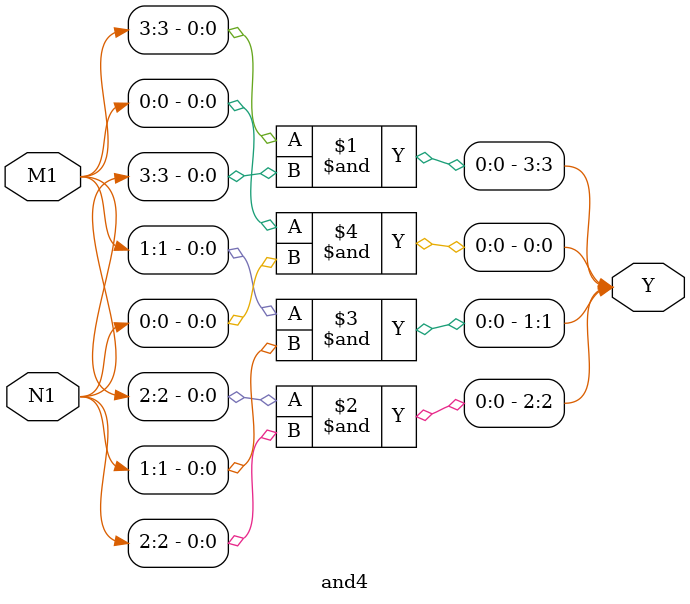
<source format=v>

`timescale 1ns / 1ps
module and4(Y, M1, N1);

input [3:0] M1, N1;
output [3:0] Y;

and a1(Y[3], M1[3], N1[3]), a2(Y[2], M1[2], N1[2]), a3(Y[1], M1[1], N1[1]), a4(Y[0], M1[0], N1[0]);

endmodule

</source>
